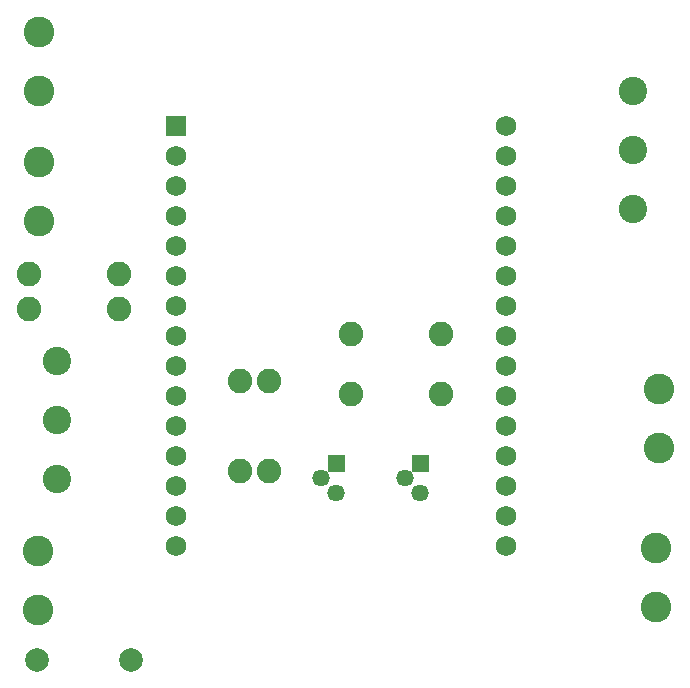
<source format=gbs>
G04 Layer: BottomSolderMaskLayer*
G04 EasyEDA v6.4.0, 2020-07-18T08:58:50+05:30*
G04 8da112671cf046a09353fb5968b32747,f1a86d1669934288b337f1190552c02f,10*
G04 Gerber Generator version 0.2*
G04 Scale: 100 percent, Rotated: No, Reflected: No *
G04 Dimensions in inches *
G04 leading zeros omitted , absolute positions ,2 integer and 4 decimal *
%FSLAX24Y24*%
%MOIN*%
G90*
G70D02*

%ADD29C,0.102488*%
%ADD30C,0.094614*%
%ADD31C,0.082000*%
%ADD32C,0.057500*%
%ADD34C,0.078866*%
%ADD36C,0.068000*%

%LPD*%
G54D29*
G01X2650Y15615D03*
G01X2650Y17584D03*
G01X2650Y19965D03*
G01X2650Y21934D03*
G54D30*
G01X3250Y10968D03*
G01X3250Y9000D03*
G01X3250Y7031D03*
G01X22450Y16031D03*
G01X22450Y18000D03*
G01X22450Y19968D03*
G54D31*
G01X10300Y7300D03*
G01X10300Y10300D03*
G01X9350Y7300D03*
G01X9350Y10300D03*
G01X2300Y13850D03*
G01X5300Y13850D03*
G01X2300Y12700D03*
G01X5300Y12700D03*
G01X13050Y11850D03*
G01X16050Y11850D03*
G01X16050Y9850D03*
G01X13050Y9850D03*
G54D32*
G01X15350Y6550D03*
G01X14850Y7050D03*
G36*
G01X15061Y7261D02*
G01X15061Y7836D01*
G01X15638Y7836D01*
G01X15638Y7261D01*
G01X15061Y7261D01*
G37*
G01X12550Y6550D03*
G01X12050Y7050D03*
G36*
G01X12261Y7261D02*
G01X12261Y7836D01*
G01X12838Y7836D01*
G01X12838Y7261D01*
G01X12261Y7261D01*
G37*
G54D29*
G01X23200Y4734D03*
G01X23200Y2765D03*
G01X2600Y2665D03*
G01X2600Y4634D03*
G01X23300Y10034D03*
G01X23300Y8065D03*
G54D34*
G01X2575Y1000D03*
G01X5724Y1000D03*
G36*
G01X6860Y18459D02*
G01X6860Y19140D01*
G01X7539Y19140D01*
G01X7539Y18459D01*
G01X6860Y18459D01*
G37*
G54D36*
G01X7200Y17800D03*
G01X7200Y16800D03*
G01X7200Y15800D03*
G01X7200Y14800D03*
G01X7200Y13800D03*
G01X7200Y12800D03*
G01X7200Y11800D03*
G01X7200Y10800D03*
G01X7200Y9800D03*
G01X7200Y8800D03*
G01X7200Y7800D03*
G01X7200Y6800D03*
G01X7200Y5800D03*
G01X7200Y4800D03*
G01X18200Y4800D03*
G01X18200Y5800D03*
G01X18200Y6800D03*
G01X18200Y7800D03*
G01X18200Y8800D03*
G01X18200Y9800D03*
G01X18200Y10800D03*
G01X18200Y11800D03*
G01X18200Y12800D03*
G01X18200Y13800D03*
G01X18200Y14800D03*
G01X18200Y15800D03*
G01X18200Y16800D03*
G01X18200Y17800D03*
G01X18200Y18800D03*
M00*
M02*

</source>
